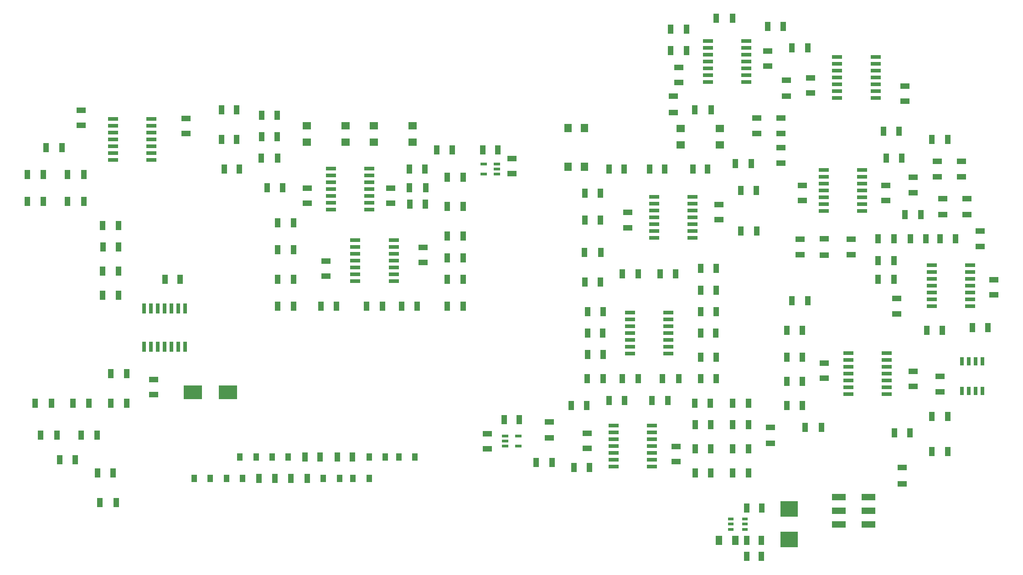
<source format=gbr>
G04*
G04 #@! TF.GenerationSoftware,Altium Limited,Altium Designer,23.9.2 (47)*
G04*
G04 Layer_Color=8421504*
%FSLAX44Y44*%
%MOMM*%
G71*
G04*
G04 #@! TF.SameCoordinates,DC7A7723-1311-43B5-9009-1713E082842B*
G04*
G04*
G04 #@! TF.FilePolarity,Positive*
G04*
G01*
G75*
%ADD15R,1.8200X1.0200*%
%ADD16R,1.7500X1.0500*%
%ADD17R,1.1200X1.3700*%
%ADD18R,1.0200X1.8200*%
%ADD19R,1.0500X1.7500*%
%ADD20R,1.1500X1.8000*%
%ADD21R,1.6000X1.4000*%
%ADD22R,1.0500X1.8000*%
%ADD23R,0.6500X1.5250*%
%ADD24R,2.5400X1.2700*%
%ADD25R,1.8250X0.7000*%
%ADD26R,1.4000X1.6000*%
%ADD27R,1.2500X0.6000*%
%ADD28R,1.0400X1.7800*%
%ADD29R,1.0700X1.8200*%
%ADD30R,3.5000X2.5000*%
%ADD31R,1.8000X1.0500*%
%ADD32R,3.2000X2.8500*%
%ADD33R,1.0500X0.5500*%
%ADD34R,0.7000X1.8250*%
%ADD35R,1.1176X1.8034*%
D15*
X-110000Y614000D02*
D03*
Y586000D02*
D03*
X70000Y611000D02*
D03*
Y639000D02*
D03*
X-430000Y394000D02*
D03*
Y366000D02*
D03*
X10000Y749000D02*
D03*
Y721000D02*
D03*
X980000Y409000D02*
D03*
Y381000D02*
D03*
X710000Y1004000D02*
D03*
Y976000D02*
D03*
X545000Y974000D02*
D03*
Y946000D02*
D03*
X775000Y726000D02*
D03*
Y754000D02*
D03*
X540000Y269000D02*
D03*
Y241000D02*
D03*
X375000Y294000D02*
D03*
Y266000D02*
D03*
X620000Y719000D02*
D03*
Y691000D02*
D03*
X930000Y726000D02*
D03*
Y754000D02*
D03*
X450000Y704000D02*
D03*
Y676000D02*
D03*
X235000Y776000D02*
D03*
Y804000D02*
D03*
X190000Y265247D02*
D03*
Y293247D02*
D03*
X-145000Y721000D02*
D03*
Y749000D02*
D03*
X-565000Y866000D02*
D03*
Y894000D02*
D03*
X-370000Y879000D02*
D03*
Y851000D02*
D03*
X1130000Y551000D02*
D03*
Y579000D02*
D03*
X950000Y516000D02*
D03*
Y544000D02*
D03*
X965000Y911000D02*
D03*
Y939000D02*
D03*
X790000Y926000D02*
D03*
Y954000D02*
D03*
X815000Y396000D02*
D03*
Y424000D02*
D03*
D16*
X1035000Y700500D02*
D03*
Y729500D02*
D03*
X1105000Y669500D02*
D03*
Y640500D02*
D03*
X1030000Y370500D02*
D03*
Y399500D02*
D03*
X715000Y275500D02*
D03*
Y304500D02*
D03*
X305000Y314500D02*
D03*
Y285500D02*
D03*
X1080000Y729500D02*
D03*
Y700500D02*
D03*
X1025000Y799500D02*
D03*
Y770500D02*
D03*
X1070000Y799500D02*
D03*
Y770500D02*
D03*
X980000Y769500D02*
D03*
Y740500D02*
D03*
X735000Y824500D02*
D03*
Y795500D02*
D03*
X690000Y879500D02*
D03*
Y850500D02*
D03*
X770000Y654500D02*
D03*
Y625500D02*
D03*
X735000Y879500D02*
D03*
Y850500D02*
D03*
X745000Y920500D02*
D03*
Y949500D02*
D03*
X865000Y625500D02*
D03*
Y654500D02*
D03*
D17*
X-210000Y250000D02*
D03*
X-180000D02*
D03*
X-115000Y210000D02*
D03*
X-85000D02*
D03*
X-60000D02*
D03*
X-30000D02*
D03*
X55000Y250000D02*
D03*
X25000D02*
D03*
X0Y250000D02*
D03*
X-30000D02*
D03*
X-355000Y210000D02*
D03*
X-325000D02*
D03*
X-270000Y250000D02*
D03*
X-240000D02*
D03*
X-295000Y210000D02*
D03*
X-265000D02*
D03*
D18*
X-409000Y580000D02*
D03*
X-381000D02*
D03*
X586000Y480000D02*
D03*
X614000D02*
D03*
X444000Y785000D02*
D03*
X416000D02*
D03*
X209000Y820000D02*
D03*
X181000D02*
D03*
X249000Y319247D02*
D03*
X221000D02*
D03*
X-149000Y250000D02*
D03*
X-121000D02*
D03*
X699000Y155000D02*
D03*
X671000D02*
D03*
X-304000Y895000D02*
D03*
X-276000D02*
D03*
X376000Y480000D02*
D03*
X404000D02*
D03*
X-89000Y250000D02*
D03*
X-61000D02*
D03*
D19*
X115500Y660000D02*
D03*
X144500D02*
D03*
X994500Y700000D02*
D03*
X965500D02*
D03*
X614500Y600000D02*
D03*
X585500D02*
D03*
X575500Y310000D02*
D03*
X604500D02*
D03*
X1005500Y485000D02*
D03*
X1034500D02*
D03*
X975500Y655000D02*
D03*
X1004500D02*
D03*
X1059500D02*
D03*
X1030500D02*
D03*
X1090500Y490000D02*
D03*
X1119500D02*
D03*
X1044500Y325000D02*
D03*
X1015500D02*
D03*
X974500Y295000D02*
D03*
X945500D02*
D03*
X674500Y265000D02*
D03*
X645500D02*
D03*
X444500Y355000D02*
D03*
X415500D02*
D03*
X374500Y345000D02*
D03*
X345500D02*
D03*
X495500Y355000D02*
D03*
X524500D02*
D03*
X350500Y230000D02*
D03*
X379500D02*
D03*
X575500Y220000D02*
D03*
X604500D02*
D03*
Y265000D02*
D03*
X575500D02*
D03*
X674500Y220000D02*
D03*
X645500D02*
D03*
X604000Y350000D02*
D03*
X575000D02*
D03*
X399500Y740000D02*
D03*
X370500D02*
D03*
X539500Y590000D02*
D03*
X510500D02*
D03*
X689500Y745000D02*
D03*
X660500D02*
D03*
X399500Y575000D02*
D03*
X370500D02*
D03*
Y690000D02*
D03*
X399500D02*
D03*
X469500Y395000D02*
D03*
X440500D02*
D03*
X614500Y435000D02*
D03*
X585500D02*
D03*
Y560000D02*
D03*
X614500D02*
D03*
X585500Y520000D02*
D03*
X614500D02*
D03*
X585500Y395000D02*
D03*
X614500D02*
D03*
X404500Y440000D02*
D03*
X375500D02*
D03*
X404500Y520000D02*
D03*
X375500D02*
D03*
X774500Y390000D02*
D03*
X745500D02*
D03*
X1015500Y260000D02*
D03*
X1044500D02*
D03*
X774500Y345000D02*
D03*
X745500D02*
D03*
X774500Y435000D02*
D03*
X745500D02*
D03*
X915500Y580000D02*
D03*
X944500D02*
D03*
X959500Y805000D02*
D03*
X930500D02*
D03*
X1044500Y840000D02*
D03*
X1015500D02*
D03*
X954500Y855000D02*
D03*
X925500D02*
D03*
X739500Y1050000D02*
D03*
X710500D02*
D03*
X755500Y1010000D02*
D03*
X784500D02*
D03*
X755500Y540000D02*
D03*
X784500D02*
D03*
X774500Y485000D02*
D03*
X745500D02*
D03*
X30500Y530000D02*
D03*
X59500D02*
D03*
X-5500D02*
D03*
X-34500D02*
D03*
X-199500Y635000D02*
D03*
X-170500D02*
D03*
X-119500Y530000D02*
D03*
X-90500D02*
D03*
X-170500Y685000D02*
D03*
X-199500D02*
D03*
X115500Y620000D02*
D03*
X144500D02*
D03*
X115500Y530000D02*
D03*
X144500D02*
D03*
X115500Y580000D02*
D03*
X144500D02*
D03*
X45000Y785000D02*
D03*
X74000D02*
D03*
X74500Y720000D02*
D03*
X45500D02*
D03*
X-219500Y750000D02*
D03*
X-190500D02*
D03*
X-229500Y885000D02*
D03*
X-200500D02*
D03*
X-229500Y845000D02*
D03*
X-200500D02*
D03*
X-534500Y220000D02*
D03*
X-505500D02*
D03*
X-575500Y245000D02*
D03*
X-604500D02*
D03*
X-564500Y290000D02*
D03*
X-535500D02*
D03*
X-480500Y350000D02*
D03*
X-509500D02*
D03*
X-524500Y640000D02*
D03*
X-495500D02*
D03*
X95500Y820000D02*
D03*
X124500D02*
D03*
X645500Y310000D02*
D03*
X674500D02*
D03*
Y350000D02*
D03*
X645500D02*
D03*
D20*
X620000Y95000D02*
D03*
X650000D02*
D03*
D21*
X621000Y860000D02*
D03*
X549000D02*
D03*
X621000Y830000D02*
D03*
X549000D02*
D03*
X-21000Y835000D02*
D03*
X51000D02*
D03*
X-21000Y865000D02*
D03*
X51000D02*
D03*
X-74000D02*
D03*
X-146000D02*
D03*
X-74000Y835000D02*
D03*
X-146000D02*
D03*
D22*
X605000Y895000D02*
D03*
X575000D02*
D03*
X945000Y615000D02*
D03*
X915000D02*
D03*
X440000Y590000D02*
D03*
X470000D02*
D03*
X690000Y670000D02*
D03*
X660000D02*
D03*
X680000Y795000D02*
D03*
X650000D02*
D03*
X400000Y630000D02*
D03*
X370000D02*
D03*
X405000Y395000D02*
D03*
X375000D02*
D03*
X515000D02*
D03*
X545000D02*
D03*
X280000Y239247D02*
D03*
X310000D02*
D03*
X-175000Y210000D02*
D03*
X-145000D02*
D03*
X-235000D02*
D03*
X-205000D02*
D03*
X810000Y305000D02*
D03*
X780000D02*
D03*
X915000Y655000D02*
D03*
X945000D02*
D03*
X560000Y1045000D02*
D03*
X530000D02*
D03*
X560000Y1005000D02*
D03*
X530000D02*
D03*
X-200000Y580000D02*
D03*
X-170000D02*
D03*
X115000Y770000D02*
D03*
X145000D02*
D03*
X115000Y715000D02*
D03*
X145000D02*
D03*
X45000Y750000D02*
D03*
X75000D02*
D03*
X-230000Y805000D02*
D03*
X-200000D02*
D03*
X-640000Y290000D02*
D03*
X-610000D02*
D03*
X-530000Y165000D02*
D03*
X-500000D02*
D03*
X-580000Y350000D02*
D03*
X-550000D02*
D03*
X-620000D02*
D03*
X-650000D02*
D03*
X-510000Y405000D02*
D03*
X-480000D02*
D03*
X-525000Y550000D02*
D03*
X-495000D02*
D03*
X-525000Y595000D02*
D03*
X-495000D02*
D03*
X-600000Y825000D02*
D03*
X-630000D02*
D03*
X-665000Y725000D02*
D03*
X-635000D02*
D03*
X-590000Y775000D02*
D03*
X-560000D02*
D03*
X-665000D02*
D03*
X-635000D02*
D03*
X-590000Y725000D02*
D03*
X-560000D02*
D03*
X-525000Y680000D02*
D03*
X-495000D02*
D03*
X-170000Y530000D02*
D03*
X-200000D02*
D03*
D23*
X1109050Y372880D02*
D03*
X1096350D02*
D03*
X1083650D02*
D03*
X1070950D02*
D03*
Y427120D02*
D03*
X1083650D02*
D03*
X1096350D02*
D03*
X1109050D02*
D03*
D24*
X897300Y124600D02*
D03*
X842700D02*
D03*
X897300Y150000D02*
D03*
X842700D02*
D03*
X897300Y175400D02*
D03*
X842700D02*
D03*
D25*
X424380Y231900D02*
D03*
Y244600D02*
D03*
Y257300D02*
D03*
Y270000D02*
D03*
Y282700D02*
D03*
Y295400D02*
D03*
Y308100D02*
D03*
X495620D02*
D03*
Y295400D02*
D03*
Y282700D02*
D03*
Y270000D02*
D03*
Y257300D02*
D03*
Y244600D02*
D03*
Y231900D02*
D03*
X570620Y733100D02*
D03*
Y720400D02*
D03*
Y707700D02*
D03*
Y695000D02*
D03*
Y682300D02*
D03*
Y669600D02*
D03*
Y656900D02*
D03*
X499380D02*
D03*
Y669600D02*
D03*
Y682300D02*
D03*
Y695000D02*
D03*
Y707700D02*
D03*
Y720400D02*
D03*
Y733100D02*
D03*
X525620Y518100D02*
D03*
Y505400D02*
D03*
Y492700D02*
D03*
Y480000D02*
D03*
Y467300D02*
D03*
Y454600D02*
D03*
Y441900D02*
D03*
X454380D02*
D03*
Y454600D02*
D03*
Y467300D02*
D03*
Y480000D02*
D03*
Y492700D02*
D03*
Y505400D02*
D03*
Y518100D02*
D03*
X814380Y783100D02*
D03*
Y770400D02*
D03*
Y757700D02*
D03*
Y745000D02*
D03*
Y732300D02*
D03*
Y719600D02*
D03*
Y706900D02*
D03*
X885620D02*
D03*
Y719600D02*
D03*
Y732300D02*
D03*
Y745000D02*
D03*
Y757700D02*
D03*
Y770400D02*
D03*
Y783100D02*
D03*
X1015000Y606200D02*
D03*
Y593500D02*
D03*
Y580800D02*
D03*
Y568100D02*
D03*
Y555400D02*
D03*
Y542700D02*
D03*
Y530000D02*
D03*
X1086240D02*
D03*
Y542700D02*
D03*
Y555400D02*
D03*
Y568100D02*
D03*
Y580800D02*
D03*
Y593500D02*
D03*
Y606200D02*
D03*
X839380Y993100D02*
D03*
Y980400D02*
D03*
Y967700D02*
D03*
Y955000D02*
D03*
Y942300D02*
D03*
Y929600D02*
D03*
Y916900D02*
D03*
X910620D02*
D03*
Y929600D02*
D03*
Y942300D02*
D03*
Y955000D02*
D03*
Y967700D02*
D03*
Y980400D02*
D03*
Y993100D02*
D03*
X599380Y1023100D02*
D03*
Y1010400D02*
D03*
Y997700D02*
D03*
Y985000D02*
D03*
Y972300D02*
D03*
Y959600D02*
D03*
Y946900D02*
D03*
X670620D02*
D03*
Y959600D02*
D03*
Y972300D02*
D03*
Y985000D02*
D03*
Y997700D02*
D03*
Y1010400D02*
D03*
Y1023100D02*
D03*
X-100620Y785807D02*
D03*
Y773107D02*
D03*
Y760407D02*
D03*
Y747707D02*
D03*
Y735007D02*
D03*
Y722307D02*
D03*
Y709607D02*
D03*
X-29380D02*
D03*
Y722307D02*
D03*
Y735007D02*
D03*
Y747707D02*
D03*
Y760407D02*
D03*
Y773107D02*
D03*
Y785807D02*
D03*
X-55620Y653100D02*
D03*
Y640400D02*
D03*
Y627700D02*
D03*
Y615000D02*
D03*
Y602300D02*
D03*
Y589600D02*
D03*
Y576900D02*
D03*
X15620D02*
D03*
Y589600D02*
D03*
Y602300D02*
D03*
Y615000D02*
D03*
Y627700D02*
D03*
Y640400D02*
D03*
Y653100D02*
D03*
X-434380Y801900D02*
D03*
Y814600D02*
D03*
Y827300D02*
D03*
Y840000D02*
D03*
Y852700D02*
D03*
Y865400D02*
D03*
Y878100D02*
D03*
X-505620D02*
D03*
Y865400D02*
D03*
Y852700D02*
D03*
Y840000D02*
D03*
Y827300D02*
D03*
Y814600D02*
D03*
Y801900D02*
D03*
X860000Y443100D02*
D03*
Y430400D02*
D03*
Y417700D02*
D03*
Y405000D02*
D03*
Y392300D02*
D03*
Y379600D02*
D03*
Y366900D02*
D03*
X931240D02*
D03*
Y379600D02*
D03*
Y392300D02*
D03*
Y405000D02*
D03*
Y417700D02*
D03*
Y430400D02*
D03*
Y443100D02*
D03*
D26*
X339608Y861000D02*
D03*
Y789000D02*
D03*
X369608Y861000D02*
D03*
Y789000D02*
D03*
D27*
X182500Y775500D02*
D03*
Y794500D02*
D03*
X207500D02*
D03*
Y785000D02*
D03*
Y775500D02*
D03*
X247500Y288747D02*
D03*
Y269747D02*
D03*
X222500D02*
D03*
Y279247D02*
D03*
Y288747D02*
D03*
D28*
X518700Y785000D02*
D03*
X491300D02*
D03*
X-303700Y840000D02*
D03*
X-276300D02*
D03*
D29*
X598800Y785000D02*
D03*
X571200D02*
D03*
X671200Y95000D02*
D03*
X698800D02*
D03*
X671200Y65000D02*
D03*
X698800D02*
D03*
X-298800Y785000D02*
D03*
X-271200D02*
D03*
D30*
X-292500Y370000D02*
D03*
X-357500D02*
D03*
D31*
X960000Y230000D02*
D03*
Y200000D02*
D03*
X815000Y625000D02*
D03*
Y655000D02*
D03*
X535000Y890000D02*
D03*
Y920000D02*
D03*
D32*
X750000Y96500D02*
D03*
Y153500D02*
D03*
D33*
X642000Y134500D02*
D03*
Y125000D02*
D03*
Y115500D02*
D03*
X668000D02*
D03*
Y125000D02*
D03*
Y134500D02*
D03*
D34*
X-448100Y454380D02*
D03*
X-435400D02*
D03*
X-422700D02*
D03*
X-410000D02*
D03*
X-397300D02*
D03*
X-384600D02*
D03*
X-371900D02*
D03*
Y525620D02*
D03*
X-384600D02*
D03*
X-397300D02*
D03*
X-410000D02*
D03*
X-422700D02*
D03*
X-435400D02*
D03*
X-448100D02*
D03*
D35*
X644986Y1065000D02*
D03*
X615014D02*
D03*
M02*

</source>
